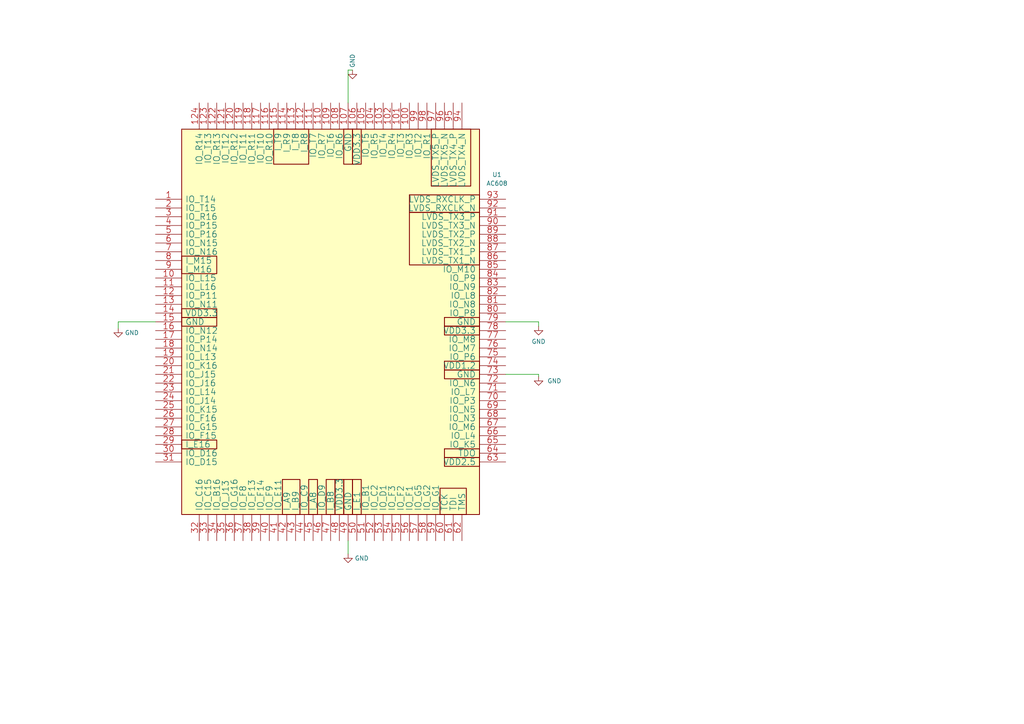
<source format=kicad_sch>
(kicad_sch (version 20211123) (generator eeschema)
  (paper "A4")
  (lib_symbols
    (symbol "ac608:AC608" (pin_names (offset 1.016))
      (property "Reference" "U" (at -4.572 1.27 0))
      (property "Value" "AC608" (at -4.572 -1.27 0))
      (symbol "AC608_0_1"
        (rectangle (start -44.45 -58.42) (end 41.91 53.34) (stroke (width 0.254)) (fill (type background)))
        (rectangle (start -44.45 -39.37) (end -34.29 -36.83) (stroke (width 0.254)) (fill (type background)))
        (rectangle (start -44.45 -3.81) (end -34.29 -1.27) (stroke (width 0.254)) (fill (type background)))
        (rectangle (start -44.45 -1.27) (end -34.29 1.27) (stroke (width 0.254)) (fill (type background)))
        (rectangle (start -44.45 11.43) (end -34.29 16.51) (stroke (width 0.254)) (fill (type background)))
        (rectangle (start -17.78 43.18) (end -7.62 53.34) (stroke (width 0.254)) (fill (type background)))
        (rectangle (start -15.24 -58.42) (end -10.16 -48.26) (stroke (width 0.254)) (fill (type background)))
        (rectangle (start -7.62 -58.42) (end -5.08 -48.26) (stroke (width 0.254)) (fill (type background)))
        (rectangle (start -2.54 -58.42) (end 0 -48.26) (stroke (width 0.254)) (fill (type background)))
        (rectangle (start 0 -58.42) (end 2.54 -48.26) (stroke (width 0.254)) (fill (type background)))
        (rectangle (start 2.54 -58.42) (end 5.08 -48.26) (stroke (width 0.254)) (fill (type background)))
        (rectangle (start 2.54 43.18) (end 5.08 53.34) (stroke (width 0.254)) (fill (type background)))
        (rectangle (start 5.08 -58.42) (end 7.62 -48.26) (stroke (width 0.254)) (fill (type background)))
        (rectangle (start 5.08 43.18) (end 7.62 53.34) (stroke (width 0.254)) (fill (type background)))
        (rectangle (start 21.59 13.97) (end 41.91 29.21) (stroke (width 0.254)) (fill (type background)))
        (rectangle (start 21.59 29.21) (end 41.91 34.29) (stroke (width 0.254)) (fill (type background)))
        (rectangle (start 27.94 36.83) (end 39.37 53.34) (stroke (width 0.254)) (fill (type background)))
        (rectangle (start 30.48 -58.42) (end 38.1 -50.8) (stroke (width 0.254)) (fill (type background)))
        (rectangle (start 31.75 -44.45) (end 41.91 -41.91) (stroke (width 0.254)) (fill (type background)))
        (rectangle (start 31.75 -41.91) (end 41.91 -39.37) (stroke (width 0.254)) (fill (type background)))
        (rectangle (start 31.75 -19.05) (end 41.91 -16.51) (stroke (width 0.254)) (fill (type background)))
        (rectangle (start 31.75 -16.51) (end 41.91 -13.97) (stroke (width 0.254)) (fill (type background)))
        (rectangle (start 31.75 -6.35) (end 41.91 -3.81) (stroke (width 0.254)) (fill (type background)))
        (rectangle (start 31.75 -3.81) (end 41.91 -1.27) (stroke (width 0.254)) (fill (type background)))
        (pin bidirectional line (at -52.07 33.02 0) (length 7.62) (name "IO_T14") (number "1"))
        (pin bidirectional line (at -52.07 10.16 0) (length 7.62) (name "IO_L15") (number "10"))
        (pin bidirectional line (at 21.59 60.96 270) (length 7.62) (name "IO_R3") (number "100"))
        (pin bidirectional line (at 19.05 60.96 270) (length 7.62) (name "IO_T3") (number "101"))
        (pin bidirectional line (at 16.51 60.96 270) (length 7.62) (name "IO_R4") (number "102"))
        (pin bidirectional line (at 13.97 60.96 270) (length 7.62) (name "IO_T4") (number "103"))
        (pin bidirectional line (at 11.43 60.96 270) (length 7.62) (name "IO_R5") (number "104"))
        (pin bidirectional line (at 8.89 60.96 270) (length 7.62) (name "IO_T5") (number "105"))
        (pin power_in line (at 6.35 60.96 270) (length 7.62) (name "VDD3.3") (number "106"))
        (pin power_in line (at 3.81 60.96 270) (length 7.62) (name "GND") (number "107"))
        (pin bidirectional line (at 1.27 60.96 270) (length 7.62) (name "IO_R6") (number "108"))
        (pin bidirectional line (at -1.27 60.96 270) (length 7.62) (name "IO_T6") (number "109"))
        (pin bidirectional line (at -52.07 7.62 0) (length 7.62) (name "IO_L16") (number "11"))
        (pin bidirectional line (at -3.81 60.96 270) (length 7.62) (name "IO_R7") (number "110"))
        (pin bidirectional line (at -6.35 60.96 270) (length 7.62) (name "IO_T7") (number "111"))
        (pin input line (at -8.89 60.96 270) (length 7.62) (name "I_R8") (number "112"))
        (pin input line (at -11.43 60.96 270) (length 7.62) (name "I_T8") (number "113"))
        (pin input line (at -13.97 60.96 270) (length 7.62) (name "I_R9") (number "114"))
        (pin input line (at -16.51 60.96 270) (length 7.62) (name "I_T9") (number "115"))
        (pin bidirectional line (at -19.05 60.96 270) (length 7.62) (name "IO_R10") (number "116"))
        (pin bidirectional line (at -21.59 60.96 270) (length 7.62) (name "IO_T10") (number "117"))
        (pin bidirectional line (at -24.13 60.96 270) (length 7.62) (name "IO_R11") (number "118"))
        (pin bidirectional line (at -26.67 60.96 270) (length 7.62) (name "IO_T11") (number "119"))
        (pin bidirectional line (at -52.07 5.08 0) (length 7.62) (name "IO_P11") (number "12"))
        (pin bidirectional line (at -29.21 60.96 270) (length 7.62) (name "IO_R12") (number "120"))
        (pin bidirectional line (at -31.75 60.96 270) (length 7.62) (name "IO_T12") (number "121"))
        (pin bidirectional line (at -34.29 60.96 270) (length 7.62) (name "IO_R13") (number "122"))
        (pin bidirectional line (at -36.83 60.96 270) (length 7.62) (name "IO_T13") (number "123"))
        (pin bidirectional line (at -39.37 60.96 270) (length 7.62) (name "IO_R14") (number "124"))
        (pin bidirectional line (at -52.07 2.54 0) (length 7.62) (name "IO_N11") (number "13"))
        (pin power_in line (at -52.07 0 0) (length 7.62) (name "VDD3.3") (number "14"))
        (pin power_in line (at -52.07 -2.54 0) (length 7.62) (name "GND") (number "15"))
        (pin bidirectional line (at -52.07 -5.08 0) (length 7.62) (name "IO_N12") (number "16"))
        (pin bidirectional line (at -52.07 -7.62 0) (length 7.62) (name "IO_P14") (number "17"))
        (pin bidirectional line (at -52.07 -10.16 0) (length 7.62) (name "IO_N14") (number "18"))
        (pin bidirectional line (at -52.07 -12.7 0) (length 7.62) (name "IO_L13") (number "19"))
        (pin bidirectional line (at -52.07 30.48 0) (length 7.62) (name "IO_T15") (number "2"))
        (pin bidirectional line (at -52.07 -15.24 0) (length 7.62) (name "IO_K16") (number "20"))
        (pin bidirectional line (at -52.07 -17.78 0) (length 7.62) (name "IO_J15") (number "21"))
        (pin bidirectional line (at -52.07 -20.32 0) (length 7.62) (name "IO_J16") (number "22"))
        (pin bidirectional line (at -52.07 -22.86 0) (length 7.62) (name "IO_L14") (number "23"))
        (pin bidirectional line (at -52.07 -25.4 0) (length 7.62) (name "IO_J14") (number "24"))
        (pin bidirectional line (at -52.07 -27.94 0) (length 7.62) (name "IO_K15") (number "25"))
        (pin bidirectional line (at -52.07 -30.48 0) (length 7.62) (name "IO_F16") (number "26"))
        (pin bidirectional line (at -52.07 -33.02 0) (length 7.62) (name "IO_G15") (number "27"))
        (pin bidirectional line (at -52.07 -35.56 0) (length 7.62) (name "IO_F15") (number "28"))
        (pin input line (at -52.07 -38.1 0) (length 7.62) (name "I_E16") (number "29"))
        (pin bidirectional line (at -52.07 27.94 0) (length 7.62) (name "IO_R16") (number "3"))
        (pin bidirectional line (at -52.07 -40.64 0) (length 7.62) (name "IO_D16") (number "30"))
        (pin bidirectional line (at -52.07 -43.18 0) (length 7.62) (name "IO_D15") (number "31"))
        (pin bidirectional line (at -39.37 -66.04 90) (length 7.62) (name "IO_C16") (number "32"))
        (pin bidirectional line (at -36.83 -66.04 90) (length 7.62) (name "IO_C15") (number "33"))
        (pin bidirectional line (at -34.29 -66.04 90) (length 7.62) (name "IO_B16") (number "34"))
        (pin bidirectional line (at -31.75 -66.04 90) (length 7.62) (name "IO_J13") (number "35"))
        (pin bidirectional line (at -29.21 -66.04 90) (length 7.62) (name "IO_G16") (number "36"))
        (pin bidirectional line (at -26.67 -66.04 90) (length 7.62) (name "IO_F8") (number "37"))
        (pin bidirectional line (at -24.13 -66.04 90) (length 7.62) (name "IO_F13") (number "38"))
        (pin bidirectional line (at -21.59 -66.04 90) (length 7.62) (name "IO_F14") (number "39"))
        (pin bidirectional line (at -52.07 25.4 0) (length 7.62) (name "IO_P15") (number "4"))
        (pin bidirectional line (at -19.05 -66.04 90) (length 7.62) (name "IO_F9") (number "40"))
        (pin bidirectional line (at -16.51 -66.04 90) (length 7.62) (name "IO_E11") (number "41"))
        (pin input line (at -13.97 -66.04 90) (length 7.62) (name "I_A9") (number "42"))
        (pin input line (at -11.43 -66.04 90) (length 7.62) (name "I_B9") (number "43"))
        (pin bidirectional line (at -8.89 -66.04 90) (length 7.62) (name "IO_C9") (number "44"))
        (pin input line (at -6.35 -66.04 90) (length 7.62) (name "I_A8") (number "45"))
        (pin bidirectional line (at -3.81 -66.04 90) (length 7.62) (name "IO_D9") (number "46"))
        (pin input line (at -1.27 -66.04 90) (length 7.62) (name "I_B8") (number "47"))
        (pin power_in line (at 1.27 -66.04 90) (length 7.62) (name "VDD3.3") (number "48"))
        (pin power_in line (at 3.81 -66.04 90) (length 7.62) (name "GND") (number "49"))
        (pin bidirectional line (at -52.07 22.86 0) (length 7.62) (name "IO_P16") (number "5"))
        (pin bidirectional line (at 6.35 -66.04 90) (length 7.62) (name "I_E1") (number "50"))
        (pin bidirectional line (at 8.89 -66.04 90) (length 7.62) (name "IO_B1") (number "51"))
        (pin bidirectional line (at 11.43 -66.04 90) (length 7.62) (name "IO_C2") (number "52"))
        (pin bidirectional line (at 13.97 -66.04 90) (length 7.62) (name "IO_D1") (number "53"))
        (pin bidirectional line (at 16.51 -66.04 90) (length 7.62) (name "IO_F3") (number "54"))
        (pin bidirectional line (at 19.05 -66.04 90) (length 7.62) (name "IO_F2") (number "55"))
        (pin bidirectional line (at 21.59 -66.04 90) (length 7.62) (name "IO_F1") (number "56"))
        (pin bidirectional line (at 24.13 -66.04 90) (length 7.62) (name "IO_G5") (number "57"))
        (pin bidirectional line (at 26.67 -66.04 90) (length 7.62) (name "IO_G2") (number "58"))
        (pin bidirectional line (at 29.21 -66.04 90) (length 7.62) (name "IO_G1") (number "59"))
        (pin bidirectional line (at -52.07 20.32 0) (length 7.62) (name "IO_N15") (number "6"))
        (pin bidirectional line (at 31.75 -66.04 90) (length 7.62) (name "TCK") (number "60"))
        (pin bidirectional line (at 34.29 -66.04 90) (length 7.62) (name "TDI") (number "61"))
        (pin bidirectional line (at 36.83 -66.04 90) (length 7.62) (name "TMS") (number "62"))
        (pin power_in line (at 49.53 -43.18 180) (length 7.62) (name "VDD2.5") (number "63"))
        (pin bidirectional line (at 49.53 -40.64 180) (length 7.62) (name "TDO") (number "64"))
        (pin bidirectional line (at 49.53 -38.1 180) (length 7.62) (name "IO_K5") (number "65"))
        (pin bidirectional line (at 49.53 -35.56 180) (length 7.62) (name "IO_L4") (number "66"))
        (pin bidirectional line (at 49.53 -33.02 180) (length 7.62) (name "IO_M6") (number "67"))
        (pin bidirectional line (at 49.53 -30.48 180) (length 7.62) (name "IO_N3") (number "68"))
        (pin bidirectional line (at 49.53 -27.94 180) (length 7.62) (name "IO_N5") (number "69"))
        (pin bidirectional line (at -52.07 17.78 0) (length 7.62) (name "IO_N16") (number "7"))
        (pin bidirectional line (at 49.53 -25.4 180) (length 7.62) (name "IO_P3") (number "70"))
        (pin bidirectional line (at 49.53 -22.86 180) (length 7.62) (name "IO_L7") (number "71"))
        (pin bidirectional line (at 49.53 -20.32 180) (length 7.62) (name "IO_N6") (number "72"))
        (pin power_in line (at 49.53 -17.78 180) (length 7.62) (name "GND") (number "73"))
        (pin power_in line (at 49.53 -15.24 180) (length 7.62) (name "VDD1.2") (number "74"))
        (pin bidirectional line (at 49.53 -12.7 180) (length 7.62) (name "IO_P6") (number "75"))
        (pin bidirectional line (at 49.53 -10.16 180) (length 7.62) (name "IO_M7") (number "76"))
        (pin bidirectional line (at 49.53 -7.62 180) (length 7.62) (name "IO_M8") (number "77"))
        (pin power_in line (at 49.53 -5.08 180) (length 7.62) (name "VDD3.3") (number "78"))
        (pin power_in line (at 49.53 -2.54 180) (length 7.62) (name "GND") (number "79"))
        (pin input line (at -52.07 15.24 0) (length 7.62) (name "I_M15") (number "8"))
        (pin bidirectional line (at 49.53 0 180) (length 7.62) (name "IO_P8") (number "80"))
        (pin bidirectional line (at 49.53 2.54 180) (length 7.62) (name "IO_N8") (number "81"))
        (pin bidirectional line (at 49.53 5.08 180) (length 7.62) (name "IO_L8") (number "82"))
        (pin bidirectional line (at 49.53 7.62 180) (length 7.62) (name "IO_N9") (number "83"))
        (pin bidirectional line (at 49.53 10.16 180) (length 7.62) (name "IO_P9") (number "84"))
        (pin bidirectional line (at 49.53 12.7 180) (length 7.62) (name "IO_M10") (number "85"))
        (pin bidirectional line (at 49.53 15.24 180) (length 7.62) (name "LVDS_TX1_N") (number "86"))
        (pin bidirectional line (at 49.53 17.78 180) (length 7.62) (name "LVDS_TX1_P") (number "87"))
        (pin bidirectional line (at 49.53 20.32 180) (length 7.62) (name "LVDS_TX2_N") (number "88"))
        (pin bidirectional line (at 49.53 22.86 180) (length 7.62) (name "LVDS_TX2_P") (number "89"))
        (pin input line (at -52.07 12.7 0) (length 7.62) (name "I_M16") (number "9"))
        (pin bidirectional line (at 49.53 25.4 180) (length 7.62) (name "LVDS_TX3_N") (number "90"))
        (pin bidirectional line (at 49.53 27.94 180) (length 7.62) (name "LVDS_TX3_P") (number "91"))
        (pin bidirectional line (at 49.53 30.48 180) (length 7.62) (name "LVDS_RXCLK_N") (number "92"))
        (pin bidirectional line (at 49.53 33.02 180) (length 7.62) (name "LVDS_RXCLK_P") (number "93"))
        (pin bidirectional line (at 36.83 60.96 270) (length 7.62) (name "LVDS_TX4_N") (number "94"))
        (pin bidirectional line (at 34.29 60.96 270) (length 7.62) (name "LVDS_TX4_P") (number "95"))
        (pin bidirectional line (at 31.75 60.96 270) (length 7.62) (name "LVDS_TX5_N") (number "96"))
        (pin bidirectional line (at 29.21 60.96 270) (length 7.62) (name "LVDS_TX5_P") (number "97"))
        (pin bidirectional line (at 26.67 60.96 270) (length 7.62) (name "IO_R1") (number "98"))
        (pin bidirectional line (at 24.13 60.96 270) (length 7.62) (name "IO_T2") (number "99"))
      )
    )
    (symbol "power:GND" (power) (pin_names (offset 0))
      (property "Value" "GND" (at 0 -3.81 0))
      (symbol "GND_0_1"
        (polyline (pts (xy 0 0) (xy 0 -1.27) (xy 1.27 -1.27) (xy 0 -2.54) (xy -1.27 -1.27) (xy 0 -1.27)))
      )
      (symbol "GND_1_1"
        (pin power_in line (at 0 0 270) (length 0) hide (name "GND") (number "1"))
      )
    )
  )
  (wire (pts (xy 34.29 93.345) (xy 45.085 93.345)))
  (wire (pts (xy 100.965 20.32) (xy 100.965 29.845)))
  (wire (pts (xy 34.29 95.25) (xy 34.29 93.345)))
  (wire (pts (xy 100.965 156.845) (xy 100.965 160.655)))
  (wire (pts (xy 102.235 20.32) (xy 100.965 20.32)))
  (wire (pts (xy 156.21 94.615) (xy 156.21 93.345)))
  (wire (pts (xy 156.21 108.585) (xy 146.685 108.585)))
  (wire (pts (xy 156.21 93.345) (xy 146.685 93.345)))
  (wire (pts (xy 156.21 109.22) (xy 156.21 108.585)))
  (symbol (lib_id "power:GND") (at 100.965 160.655 0) (mirror y) (unit 1)
    (property "Reference" "#PWR?" (effects hide))
    (property "Value" "GND" (at 102.87 161.9249 0) (effects (justify right)))
  )
  (symbol (lib_id "power:GND") (at 34.29 95.25 0) (mirror y) (unit 1)
    (property "Reference" "#PWR?" (effects hide))
    (property "Value" "GND" (at 36.195 96.5199 0) (effects (justify right)))
  )
  (symbol (lib_id "power:GND") (at 102.235 20.32 0) (unit 1)
    (property "Reference" "#PWR?" (effects hide))
    (property "Value" "GND" (at 102.2349 19.685 90) (effects (justify left)))
  )
  (symbol (lib_id "power:GND") (at 156.21 109.22 0) (mirror y) (unit 1)
    (property "Reference" "#PWR?" (effects hide))
    (property "Value" "GND" (at 158.75 110.4899 0) (effects (justify right)))
  )
  (symbol (lib_id "power:GND") (at 156.21 94.615 0) (unit 1)
    (property "Reference" "#PWR?" (effects hide))
    (property "Value" "GND" (at 156.21 99.06 0))
  )
  (symbol (lib_id "ac608:AC608") (at 97.155 90.805 0) (unit 1)
    (property "Reference" "U1" (at 144.145 50.6474 0))
    (property "Value" "AC608" (at 144.145 53.1874 0))
    (property "Footprint" "ac608:Core-124pin" (effects hide))
  )
)
</source>
